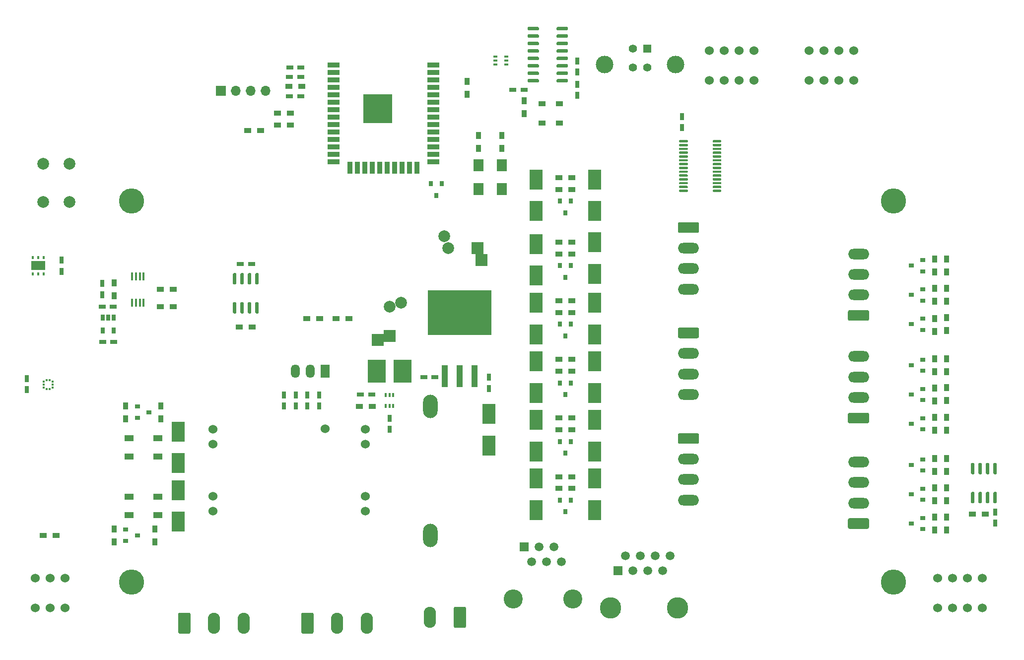
<source format=gts>
G04 #@! TF.GenerationSoftware,KiCad,Pcbnew,(5.1.9)-1*
G04 #@! TF.CreationDate,2021-04-25T02:40:10+02:00*
G04 #@! TF.ProjectId,water-pump-control,77617465-722d-4707-956d-702d636f6e74,rev?*
G04 #@! TF.SameCoordinates,Original*
G04 #@! TF.FileFunction,Soldermask,Top*
G04 #@! TF.FilePolarity,Negative*
%FSLAX46Y46*%
G04 Gerber Fmt 4.6, Leading zero omitted, Abs format (unit mm)*
G04 Created by KiCad (PCBNEW (5.1.9)-1) date 2021-04-25 02:40:10*
%MOMM*%
%LPD*%
G01*
G04 APERTURE LIST*
%ADD10C,2.000000*%
%ADD11R,1.200000X0.900000*%
%ADD12O,1.700000X1.700000*%
%ADD13R,1.700000X1.700000*%
%ADD14O,3.600000X1.800000*%
%ADD15R,0.400000X0.650000*%
%ADD16C,1.400000*%
%ADD17C,3.000000*%
%ADD18R,1.400000X1.400000*%
%ADD19C,4.300000*%
%ADD20C,1.524000*%
%ADD21R,0.650000X1.060000*%
%ADD22R,0.400000X0.600000*%
%ADD23R,2.400000X1.500000*%
%ADD24R,0.380000X0.350000*%
%ADD25R,10.840000X7.620000*%
%ADD26R,0.990000X3.790000*%
%ADD27R,2.000000X0.900000*%
%ADD28R,0.900000X2.000000*%
%ADD29R,5.000000X5.000000*%
%ADD30O,1.500000X2.300000*%
%ADD31R,1.500000X2.300000*%
%ADD32R,3.100000X4.000000*%
%ADD33R,0.900000X1.200000*%
%ADD34R,0.900000X0.800000*%
%ADD35R,0.800000X0.900000*%
%ADD36R,0.650000X0.400000*%
%ADD37O,2.080000X3.600000*%
%ADD38C,3.650000*%
%ADD39R,1.500000X1.500000*%
%ADD40C,1.500000*%
%ADD41R,1.520000X1.520000*%
%ADD42C,3.250000*%
%ADD43C,1.520000*%
%ADD44R,0.450000X1.425000*%
%ADD45O,2.500000X4.000000*%
%ADD46R,1.500000X1.000000*%
%ADD47R,2.300000X3.500000*%
%ADD48R,1.700000X2.000000*%
%ADD49R,0.750000X1.200000*%
%ADD50R,1.200000X0.750000*%
%ADD51R,2.000000X2.000000*%
G04 APERTURE END LIST*
D10*
X59400000Y-72100000D03*
X54900000Y-72100000D03*
X59400000Y-65600000D03*
X54900000Y-65600000D03*
D11*
X89800000Y-59900000D03*
X92000000Y-59900000D03*
D12*
X92820000Y-53200000D03*
X90280000Y-53200000D03*
X87740000Y-53200000D03*
D13*
X85200000Y-53200000D03*
D14*
X194000000Y-81000000D03*
X194000000Y-84500000D03*
X194000000Y-88000000D03*
G36*
G01*
X195550000Y-92400000D02*
X192450000Y-92400000D01*
G75*
G02*
X192200000Y-92150000I0J250000D01*
G01*
X192200000Y-90850000D01*
G75*
G02*
X192450000Y-90600000I250000J0D01*
G01*
X195550000Y-90600000D01*
G75*
G02*
X195800000Y-90850000I0J-250000D01*
G01*
X195800000Y-92150000D01*
G75*
G02*
X195550000Y-92400000I-250000J0D01*
G01*
G37*
X194000000Y-116500000D03*
X194000000Y-120000000D03*
X194000000Y-123500000D03*
G36*
G01*
X195550000Y-127900000D02*
X192450000Y-127900000D01*
G75*
G02*
X192200000Y-127650000I0J250000D01*
G01*
X192200000Y-126350000D01*
G75*
G02*
X192450000Y-126100000I250000J0D01*
G01*
X195550000Y-126100000D01*
G75*
G02*
X195800000Y-126350000I0J-250000D01*
G01*
X195800000Y-127650000D01*
G75*
G02*
X195550000Y-127900000I-250000J0D01*
G01*
G37*
X194000000Y-98500000D03*
X194000000Y-102000000D03*
X194000000Y-105500000D03*
G36*
G01*
X195550000Y-109900000D02*
X192450000Y-109900000D01*
G75*
G02*
X192200000Y-109650000I0J250000D01*
G01*
X192200000Y-108350000D01*
G75*
G02*
X192450000Y-108100000I250000J0D01*
G01*
X195550000Y-108100000D01*
G75*
G02*
X195800000Y-108350000I0J-250000D01*
G01*
X195800000Y-109650000D01*
G75*
G02*
X195550000Y-109900000I-250000J0D01*
G01*
G37*
D15*
X113350000Y-105050000D03*
X114650000Y-105050000D03*
X114000000Y-106950000D03*
X114000000Y-105050000D03*
X114650000Y-106950000D03*
X113350000Y-106950000D03*
D14*
X165000000Y-104980000D03*
X165000000Y-101480000D03*
X165000000Y-97980000D03*
G36*
G01*
X163450000Y-93580000D02*
X166550000Y-93580000D01*
G75*
G02*
X166800000Y-93830000I0J-250000D01*
G01*
X166800000Y-95130000D01*
G75*
G02*
X166550000Y-95380000I-250000J0D01*
G01*
X163450000Y-95380000D01*
G75*
G02*
X163200000Y-95130000I0J250000D01*
G01*
X163200000Y-93830000D01*
G75*
G02*
X163450000Y-93580000I250000J0D01*
G01*
G37*
X165000000Y-123000000D03*
X165000000Y-119500000D03*
X165000000Y-116000000D03*
G36*
G01*
X163450000Y-111600000D02*
X166550000Y-111600000D01*
G75*
G02*
X166800000Y-111850000I0J-250000D01*
G01*
X166800000Y-113150000D01*
G75*
G02*
X166550000Y-113400000I-250000J0D01*
G01*
X163450000Y-113400000D01*
G75*
G02*
X163200000Y-113150000I0J250000D01*
G01*
X163200000Y-111850000D01*
G75*
G02*
X163450000Y-111600000I250000J0D01*
G01*
G37*
X165000000Y-87000000D03*
X165000000Y-83500000D03*
X165000000Y-80000000D03*
G36*
G01*
X163450000Y-75600000D02*
X166550000Y-75600000D01*
G75*
G02*
X166800000Y-75850000I0J-250000D01*
G01*
X166800000Y-77150000D01*
G75*
G02*
X166550000Y-77400000I-250000J0D01*
G01*
X163450000Y-77400000D01*
G75*
G02*
X163200000Y-77150000I0J250000D01*
G01*
X163200000Y-75850000D01*
G75*
G02*
X163450000Y-75600000I250000J0D01*
G01*
G37*
D11*
X88400000Y-93500000D03*
X90600000Y-93500000D03*
D16*
X155500000Y-46000000D03*
D17*
X150730000Y-48710000D03*
D18*
X158000000Y-46000000D03*
D16*
X155500000Y-49200000D03*
X158000000Y-49200000D03*
D17*
X162770000Y-48710000D03*
D19*
X200000000Y-72000000D03*
X70000000Y-137000000D03*
X200000000Y-137000000D03*
X70000000Y-72000000D03*
D20*
X103000000Y-110800000D03*
X83900000Y-124900000D03*
X83900000Y-122360000D03*
X83900000Y-113440000D03*
X83900000Y-110900000D03*
X109900000Y-124900000D03*
X109900000Y-122360000D03*
X109900000Y-113440000D03*
X109900000Y-110900000D03*
D21*
X66950000Y-94100000D03*
X65050000Y-94100000D03*
X65050000Y-91900000D03*
X66000000Y-91900000D03*
X66950000Y-91900000D03*
D22*
X53150000Y-81600000D03*
X54100000Y-81600000D03*
X55050000Y-81600000D03*
X55050000Y-84400000D03*
X54100000Y-84400000D03*
X53150000Y-84400000D03*
D23*
X54100000Y-83000000D03*
D24*
X55035000Y-103800000D03*
X55035000Y-103300000D03*
X55035000Y-102800000D03*
X55550000Y-102535000D03*
X56050000Y-102535000D03*
X56565000Y-102800000D03*
X56565000Y-103300000D03*
X56565000Y-103800000D03*
X56050000Y-104065000D03*
X55550000Y-104065000D03*
D25*
X126000000Y-91000000D03*
D26*
X128540000Y-101880000D03*
X126000000Y-101880000D03*
X123460000Y-101880000D03*
G36*
G01*
X169125000Y-61875000D02*
X169125000Y-61675000D01*
G75*
G02*
X169225000Y-61575000I100000J0D01*
G01*
X170500000Y-61575000D01*
G75*
G02*
X170600000Y-61675000I0J-100000D01*
G01*
X170600000Y-61875000D01*
G75*
G02*
X170500000Y-61975000I-100000J0D01*
G01*
X169225000Y-61975000D01*
G75*
G02*
X169125000Y-61875000I0J100000D01*
G01*
G37*
G36*
G01*
X169125000Y-62525000D02*
X169125000Y-62325000D01*
G75*
G02*
X169225000Y-62225000I100000J0D01*
G01*
X170500000Y-62225000D01*
G75*
G02*
X170600000Y-62325000I0J-100000D01*
G01*
X170600000Y-62525000D01*
G75*
G02*
X170500000Y-62625000I-100000J0D01*
G01*
X169225000Y-62625000D01*
G75*
G02*
X169125000Y-62525000I0J100000D01*
G01*
G37*
G36*
G01*
X169125000Y-63175000D02*
X169125000Y-62975000D01*
G75*
G02*
X169225000Y-62875000I100000J0D01*
G01*
X170500000Y-62875000D01*
G75*
G02*
X170600000Y-62975000I0J-100000D01*
G01*
X170600000Y-63175000D01*
G75*
G02*
X170500000Y-63275000I-100000J0D01*
G01*
X169225000Y-63275000D01*
G75*
G02*
X169125000Y-63175000I0J100000D01*
G01*
G37*
G36*
G01*
X169125000Y-63825000D02*
X169125000Y-63625000D01*
G75*
G02*
X169225000Y-63525000I100000J0D01*
G01*
X170500000Y-63525000D01*
G75*
G02*
X170600000Y-63625000I0J-100000D01*
G01*
X170600000Y-63825000D01*
G75*
G02*
X170500000Y-63925000I-100000J0D01*
G01*
X169225000Y-63925000D01*
G75*
G02*
X169125000Y-63825000I0J100000D01*
G01*
G37*
G36*
G01*
X169125000Y-64475000D02*
X169125000Y-64275000D01*
G75*
G02*
X169225000Y-64175000I100000J0D01*
G01*
X170500000Y-64175000D01*
G75*
G02*
X170600000Y-64275000I0J-100000D01*
G01*
X170600000Y-64475000D01*
G75*
G02*
X170500000Y-64575000I-100000J0D01*
G01*
X169225000Y-64575000D01*
G75*
G02*
X169125000Y-64475000I0J100000D01*
G01*
G37*
G36*
G01*
X169125000Y-65125000D02*
X169125000Y-64925000D01*
G75*
G02*
X169225000Y-64825000I100000J0D01*
G01*
X170500000Y-64825000D01*
G75*
G02*
X170600000Y-64925000I0J-100000D01*
G01*
X170600000Y-65125000D01*
G75*
G02*
X170500000Y-65225000I-100000J0D01*
G01*
X169225000Y-65225000D01*
G75*
G02*
X169125000Y-65125000I0J100000D01*
G01*
G37*
G36*
G01*
X169125000Y-65775000D02*
X169125000Y-65575000D01*
G75*
G02*
X169225000Y-65475000I100000J0D01*
G01*
X170500000Y-65475000D01*
G75*
G02*
X170600000Y-65575000I0J-100000D01*
G01*
X170600000Y-65775000D01*
G75*
G02*
X170500000Y-65875000I-100000J0D01*
G01*
X169225000Y-65875000D01*
G75*
G02*
X169125000Y-65775000I0J100000D01*
G01*
G37*
G36*
G01*
X169125000Y-66425000D02*
X169125000Y-66225000D01*
G75*
G02*
X169225000Y-66125000I100000J0D01*
G01*
X170500000Y-66125000D01*
G75*
G02*
X170600000Y-66225000I0J-100000D01*
G01*
X170600000Y-66425000D01*
G75*
G02*
X170500000Y-66525000I-100000J0D01*
G01*
X169225000Y-66525000D01*
G75*
G02*
X169125000Y-66425000I0J100000D01*
G01*
G37*
G36*
G01*
X169125000Y-67075000D02*
X169125000Y-66875000D01*
G75*
G02*
X169225000Y-66775000I100000J0D01*
G01*
X170500000Y-66775000D01*
G75*
G02*
X170600000Y-66875000I0J-100000D01*
G01*
X170600000Y-67075000D01*
G75*
G02*
X170500000Y-67175000I-100000J0D01*
G01*
X169225000Y-67175000D01*
G75*
G02*
X169125000Y-67075000I0J100000D01*
G01*
G37*
G36*
G01*
X169125000Y-67725000D02*
X169125000Y-67525000D01*
G75*
G02*
X169225000Y-67425000I100000J0D01*
G01*
X170500000Y-67425000D01*
G75*
G02*
X170600000Y-67525000I0J-100000D01*
G01*
X170600000Y-67725000D01*
G75*
G02*
X170500000Y-67825000I-100000J0D01*
G01*
X169225000Y-67825000D01*
G75*
G02*
X169125000Y-67725000I0J100000D01*
G01*
G37*
G36*
G01*
X169125000Y-68375000D02*
X169125000Y-68175000D01*
G75*
G02*
X169225000Y-68075000I100000J0D01*
G01*
X170500000Y-68075000D01*
G75*
G02*
X170600000Y-68175000I0J-100000D01*
G01*
X170600000Y-68375000D01*
G75*
G02*
X170500000Y-68475000I-100000J0D01*
G01*
X169225000Y-68475000D01*
G75*
G02*
X169125000Y-68375000I0J100000D01*
G01*
G37*
G36*
G01*
X169125000Y-69025000D02*
X169125000Y-68825000D01*
G75*
G02*
X169225000Y-68725000I100000J0D01*
G01*
X170500000Y-68725000D01*
G75*
G02*
X170600000Y-68825000I0J-100000D01*
G01*
X170600000Y-69025000D01*
G75*
G02*
X170500000Y-69125000I-100000J0D01*
G01*
X169225000Y-69125000D01*
G75*
G02*
X169125000Y-69025000I0J100000D01*
G01*
G37*
G36*
G01*
X169125000Y-69675000D02*
X169125000Y-69475000D01*
G75*
G02*
X169225000Y-69375000I100000J0D01*
G01*
X170500000Y-69375000D01*
G75*
G02*
X170600000Y-69475000I0J-100000D01*
G01*
X170600000Y-69675000D01*
G75*
G02*
X170500000Y-69775000I-100000J0D01*
G01*
X169225000Y-69775000D01*
G75*
G02*
X169125000Y-69675000I0J100000D01*
G01*
G37*
G36*
G01*
X169125000Y-70325000D02*
X169125000Y-70125000D01*
G75*
G02*
X169225000Y-70025000I100000J0D01*
G01*
X170500000Y-70025000D01*
G75*
G02*
X170600000Y-70125000I0J-100000D01*
G01*
X170600000Y-70325000D01*
G75*
G02*
X170500000Y-70425000I-100000J0D01*
G01*
X169225000Y-70425000D01*
G75*
G02*
X169125000Y-70325000I0J100000D01*
G01*
G37*
G36*
G01*
X163400000Y-70325000D02*
X163400000Y-70125000D01*
G75*
G02*
X163500000Y-70025000I100000J0D01*
G01*
X164775000Y-70025000D01*
G75*
G02*
X164875000Y-70125000I0J-100000D01*
G01*
X164875000Y-70325000D01*
G75*
G02*
X164775000Y-70425000I-100000J0D01*
G01*
X163500000Y-70425000D01*
G75*
G02*
X163400000Y-70325000I0J100000D01*
G01*
G37*
G36*
G01*
X163400000Y-69675000D02*
X163400000Y-69475000D01*
G75*
G02*
X163500000Y-69375000I100000J0D01*
G01*
X164775000Y-69375000D01*
G75*
G02*
X164875000Y-69475000I0J-100000D01*
G01*
X164875000Y-69675000D01*
G75*
G02*
X164775000Y-69775000I-100000J0D01*
G01*
X163500000Y-69775000D01*
G75*
G02*
X163400000Y-69675000I0J100000D01*
G01*
G37*
G36*
G01*
X163400000Y-69025000D02*
X163400000Y-68825000D01*
G75*
G02*
X163500000Y-68725000I100000J0D01*
G01*
X164775000Y-68725000D01*
G75*
G02*
X164875000Y-68825000I0J-100000D01*
G01*
X164875000Y-69025000D01*
G75*
G02*
X164775000Y-69125000I-100000J0D01*
G01*
X163500000Y-69125000D01*
G75*
G02*
X163400000Y-69025000I0J100000D01*
G01*
G37*
G36*
G01*
X163400000Y-68375000D02*
X163400000Y-68175000D01*
G75*
G02*
X163500000Y-68075000I100000J0D01*
G01*
X164775000Y-68075000D01*
G75*
G02*
X164875000Y-68175000I0J-100000D01*
G01*
X164875000Y-68375000D01*
G75*
G02*
X164775000Y-68475000I-100000J0D01*
G01*
X163500000Y-68475000D01*
G75*
G02*
X163400000Y-68375000I0J100000D01*
G01*
G37*
G36*
G01*
X163400000Y-67725000D02*
X163400000Y-67525000D01*
G75*
G02*
X163500000Y-67425000I100000J0D01*
G01*
X164775000Y-67425000D01*
G75*
G02*
X164875000Y-67525000I0J-100000D01*
G01*
X164875000Y-67725000D01*
G75*
G02*
X164775000Y-67825000I-100000J0D01*
G01*
X163500000Y-67825000D01*
G75*
G02*
X163400000Y-67725000I0J100000D01*
G01*
G37*
G36*
G01*
X163400000Y-67075000D02*
X163400000Y-66875000D01*
G75*
G02*
X163500000Y-66775000I100000J0D01*
G01*
X164775000Y-66775000D01*
G75*
G02*
X164875000Y-66875000I0J-100000D01*
G01*
X164875000Y-67075000D01*
G75*
G02*
X164775000Y-67175000I-100000J0D01*
G01*
X163500000Y-67175000D01*
G75*
G02*
X163400000Y-67075000I0J100000D01*
G01*
G37*
G36*
G01*
X163400000Y-66425000D02*
X163400000Y-66225000D01*
G75*
G02*
X163500000Y-66125000I100000J0D01*
G01*
X164775000Y-66125000D01*
G75*
G02*
X164875000Y-66225000I0J-100000D01*
G01*
X164875000Y-66425000D01*
G75*
G02*
X164775000Y-66525000I-100000J0D01*
G01*
X163500000Y-66525000D01*
G75*
G02*
X163400000Y-66425000I0J100000D01*
G01*
G37*
G36*
G01*
X163400000Y-65775000D02*
X163400000Y-65575000D01*
G75*
G02*
X163500000Y-65475000I100000J0D01*
G01*
X164775000Y-65475000D01*
G75*
G02*
X164875000Y-65575000I0J-100000D01*
G01*
X164875000Y-65775000D01*
G75*
G02*
X164775000Y-65875000I-100000J0D01*
G01*
X163500000Y-65875000D01*
G75*
G02*
X163400000Y-65775000I0J100000D01*
G01*
G37*
G36*
G01*
X163400000Y-65125000D02*
X163400000Y-64925000D01*
G75*
G02*
X163500000Y-64825000I100000J0D01*
G01*
X164775000Y-64825000D01*
G75*
G02*
X164875000Y-64925000I0J-100000D01*
G01*
X164875000Y-65125000D01*
G75*
G02*
X164775000Y-65225000I-100000J0D01*
G01*
X163500000Y-65225000D01*
G75*
G02*
X163400000Y-65125000I0J100000D01*
G01*
G37*
G36*
G01*
X163400000Y-64475000D02*
X163400000Y-64275000D01*
G75*
G02*
X163500000Y-64175000I100000J0D01*
G01*
X164775000Y-64175000D01*
G75*
G02*
X164875000Y-64275000I0J-100000D01*
G01*
X164875000Y-64475000D01*
G75*
G02*
X164775000Y-64575000I-100000J0D01*
G01*
X163500000Y-64575000D01*
G75*
G02*
X163400000Y-64475000I0J100000D01*
G01*
G37*
G36*
G01*
X163400000Y-63825000D02*
X163400000Y-63625000D01*
G75*
G02*
X163500000Y-63525000I100000J0D01*
G01*
X164775000Y-63525000D01*
G75*
G02*
X164875000Y-63625000I0J-100000D01*
G01*
X164875000Y-63825000D01*
G75*
G02*
X164775000Y-63925000I-100000J0D01*
G01*
X163500000Y-63925000D01*
G75*
G02*
X163400000Y-63825000I0J100000D01*
G01*
G37*
G36*
G01*
X163400000Y-63175000D02*
X163400000Y-62975000D01*
G75*
G02*
X163500000Y-62875000I100000J0D01*
G01*
X164775000Y-62875000D01*
G75*
G02*
X164875000Y-62975000I0J-100000D01*
G01*
X164875000Y-63175000D01*
G75*
G02*
X164775000Y-63275000I-100000J0D01*
G01*
X163500000Y-63275000D01*
G75*
G02*
X163400000Y-63175000I0J100000D01*
G01*
G37*
G36*
G01*
X163400000Y-62525000D02*
X163400000Y-62325000D01*
G75*
G02*
X163500000Y-62225000I100000J0D01*
G01*
X164775000Y-62225000D01*
G75*
G02*
X164875000Y-62325000I0J-100000D01*
G01*
X164875000Y-62525000D01*
G75*
G02*
X164775000Y-62625000I-100000J0D01*
G01*
X163500000Y-62625000D01*
G75*
G02*
X163400000Y-62525000I0J100000D01*
G01*
G37*
G36*
G01*
X163400000Y-61875000D02*
X163400000Y-61675000D01*
G75*
G02*
X163500000Y-61575000I100000J0D01*
G01*
X164775000Y-61575000D01*
G75*
G02*
X164875000Y-61675000I0J-100000D01*
G01*
X164875000Y-61875000D01*
G75*
G02*
X164775000Y-61975000I-100000J0D01*
G01*
X163500000Y-61975000D01*
G75*
G02*
X163400000Y-61875000I0J100000D01*
G01*
G37*
G36*
G01*
X91255000Y-89200000D02*
X91555000Y-89200000D01*
G75*
G02*
X91705000Y-89350000I0J-150000D01*
G01*
X91705000Y-91000000D01*
G75*
G02*
X91555000Y-91150000I-150000J0D01*
G01*
X91255000Y-91150000D01*
G75*
G02*
X91105000Y-91000000I0J150000D01*
G01*
X91105000Y-89350000D01*
G75*
G02*
X91255000Y-89200000I150000J0D01*
G01*
G37*
G36*
G01*
X89985000Y-89200000D02*
X90285000Y-89200000D01*
G75*
G02*
X90435000Y-89350000I0J-150000D01*
G01*
X90435000Y-91000000D01*
G75*
G02*
X90285000Y-91150000I-150000J0D01*
G01*
X89985000Y-91150000D01*
G75*
G02*
X89835000Y-91000000I0J150000D01*
G01*
X89835000Y-89350000D01*
G75*
G02*
X89985000Y-89200000I150000J0D01*
G01*
G37*
G36*
G01*
X88715000Y-89200000D02*
X89015000Y-89200000D01*
G75*
G02*
X89165000Y-89350000I0J-150000D01*
G01*
X89165000Y-91000000D01*
G75*
G02*
X89015000Y-91150000I-150000J0D01*
G01*
X88715000Y-91150000D01*
G75*
G02*
X88565000Y-91000000I0J150000D01*
G01*
X88565000Y-89350000D01*
G75*
G02*
X88715000Y-89200000I150000J0D01*
G01*
G37*
G36*
G01*
X87445000Y-89200000D02*
X87745000Y-89200000D01*
G75*
G02*
X87895000Y-89350000I0J-150000D01*
G01*
X87895000Y-91000000D01*
G75*
G02*
X87745000Y-91150000I-150000J0D01*
G01*
X87445000Y-91150000D01*
G75*
G02*
X87295000Y-91000000I0J150000D01*
G01*
X87295000Y-89350000D01*
G75*
G02*
X87445000Y-89200000I150000J0D01*
G01*
G37*
G36*
G01*
X87445000Y-84250000D02*
X87745000Y-84250000D01*
G75*
G02*
X87895000Y-84400000I0J-150000D01*
G01*
X87895000Y-86050000D01*
G75*
G02*
X87745000Y-86200000I-150000J0D01*
G01*
X87445000Y-86200000D01*
G75*
G02*
X87295000Y-86050000I0J150000D01*
G01*
X87295000Y-84400000D01*
G75*
G02*
X87445000Y-84250000I150000J0D01*
G01*
G37*
G36*
G01*
X88715000Y-84250000D02*
X89015000Y-84250000D01*
G75*
G02*
X89165000Y-84400000I0J-150000D01*
G01*
X89165000Y-86050000D01*
G75*
G02*
X89015000Y-86200000I-150000J0D01*
G01*
X88715000Y-86200000D01*
G75*
G02*
X88565000Y-86050000I0J150000D01*
G01*
X88565000Y-84400000D01*
G75*
G02*
X88715000Y-84250000I150000J0D01*
G01*
G37*
G36*
G01*
X89985000Y-84250000D02*
X90285000Y-84250000D01*
G75*
G02*
X90435000Y-84400000I0J-150000D01*
G01*
X90435000Y-86050000D01*
G75*
G02*
X90285000Y-86200000I-150000J0D01*
G01*
X89985000Y-86200000D01*
G75*
G02*
X89835000Y-86050000I0J150000D01*
G01*
X89835000Y-84400000D01*
G75*
G02*
X89985000Y-84250000I150000J0D01*
G01*
G37*
G36*
G01*
X91255000Y-84250000D02*
X91555000Y-84250000D01*
G75*
G02*
X91705000Y-84400000I0J-150000D01*
G01*
X91705000Y-86050000D01*
G75*
G02*
X91555000Y-86200000I-150000J0D01*
G01*
X91255000Y-86200000D01*
G75*
G02*
X91105000Y-86050000I0J150000D01*
G01*
X91105000Y-84400000D01*
G75*
G02*
X91255000Y-84250000I150000J0D01*
G01*
G37*
G36*
G01*
X217155000Y-121600000D02*
X217455000Y-121600000D01*
G75*
G02*
X217605000Y-121750000I0J-150000D01*
G01*
X217605000Y-123400000D01*
G75*
G02*
X217455000Y-123550000I-150000J0D01*
G01*
X217155000Y-123550000D01*
G75*
G02*
X217005000Y-123400000I0J150000D01*
G01*
X217005000Y-121750000D01*
G75*
G02*
X217155000Y-121600000I150000J0D01*
G01*
G37*
G36*
G01*
X215885000Y-121600000D02*
X216185000Y-121600000D01*
G75*
G02*
X216335000Y-121750000I0J-150000D01*
G01*
X216335000Y-123400000D01*
G75*
G02*
X216185000Y-123550000I-150000J0D01*
G01*
X215885000Y-123550000D01*
G75*
G02*
X215735000Y-123400000I0J150000D01*
G01*
X215735000Y-121750000D01*
G75*
G02*
X215885000Y-121600000I150000J0D01*
G01*
G37*
G36*
G01*
X214615000Y-121600000D02*
X214915000Y-121600000D01*
G75*
G02*
X215065000Y-121750000I0J-150000D01*
G01*
X215065000Y-123400000D01*
G75*
G02*
X214915000Y-123550000I-150000J0D01*
G01*
X214615000Y-123550000D01*
G75*
G02*
X214465000Y-123400000I0J150000D01*
G01*
X214465000Y-121750000D01*
G75*
G02*
X214615000Y-121600000I150000J0D01*
G01*
G37*
G36*
G01*
X213345000Y-121600000D02*
X213645000Y-121600000D01*
G75*
G02*
X213795000Y-121750000I0J-150000D01*
G01*
X213795000Y-123400000D01*
G75*
G02*
X213645000Y-123550000I-150000J0D01*
G01*
X213345000Y-123550000D01*
G75*
G02*
X213195000Y-123400000I0J150000D01*
G01*
X213195000Y-121750000D01*
G75*
G02*
X213345000Y-121600000I150000J0D01*
G01*
G37*
G36*
G01*
X213345000Y-116650000D02*
X213645000Y-116650000D01*
G75*
G02*
X213795000Y-116800000I0J-150000D01*
G01*
X213795000Y-118450000D01*
G75*
G02*
X213645000Y-118600000I-150000J0D01*
G01*
X213345000Y-118600000D01*
G75*
G02*
X213195000Y-118450000I0J150000D01*
G01*
X213195000Y-116800000D01*
G75*
G02*
X213345000Y-116650000I150000J0D01*
G01*
G37*
G36*
G01*
X214615000Y-116650000D02*
X214915000Y-116650000D01*
G75*
G02*
X215065000Y-116800000I0J-150000D01*
G01*
X215065000Y-118450000D01*
G75*
G02*
X214915000Y-118600000I-150000J0D01*
G01*
X214615000Y-118600000D01*
G75*
G02*
X214465000Y-118450000I0J150000D01*
G01*
X214465000Y-116800000D01*
G75*
G02*
X214615000Y-116650000I150000J0D01*
G01*
G37*
G36*
G01*
X215885000Y-116650000D02*
X216185000Y-116650000D01*
G75*
G02*
X216335000Y-116800000I0J-150000D01*
G01*
X216335000Y-118450000D01*
G75*
G02*
X216185000Y-118600000I-150000J0D01*
G01*
X215885000Y-118600000D01*
G75*
G02*
X215735000Y-118450000I0J150000D01*
G01*
X215735000Y-116800000D01*
G75*
G02*
X215885000Y-116650000I150000J0D01*
G01*
G37*
G36*
G01*
X217155000Y-116650000D02*
X217455000Y-116650000D01*
G75*
G02*
X217605000Y-116800000I0J-150000D01*
G01*
X217605000Y-118450000D01*
G75*
G02*
X217455000Y-118600000I-150000J0D01*
G01*
X217155000Y-118600000D01*
G75*
G02*
X217005000Y-118450000I0J150000D01*
G01*
X217005000Y-116800000D01*
G75*
G02*
X217155000Y-116650000I150000J0D01*
G01*
G37*
G36*
G01*
X139500000Y-51295000D02*
X139500000Y-51595000D01*
G75*
G02*
X139350000Y-51745000I-150000J0D01*
G01*
X137700000Y-51745000D01*
G75*
G02*
X137550000Y-51595000I0J150000D01*
G01*
X137550000Y-51295000D01*
G75*
G02*
X137700000Y-51145000I150000J0D01*
G01*
X139350000Y-51145000D01*
G75*
G02*
X139500000Y-51295000I0J-150000D01*
G01*
G37*
G36*
G01*
X139500000Y-50025000D02*
X139500000Y-50325000D01*
G75*
G02*
X139350000Y-50475000I-150000J0D01*
G01*
X137700000Y-50475000D01*
G75*
G02*
X137550000Y-50325000I0J150000D01*
G01*
X137550000Y-50025000D01*
G75*
G02*
X137700000Y-49875000I150000J0D01*
G01*
X139350000Y-49875000D01*
G75*
G02*
X139500000Y-50025000I0J-150000D01*
G01*
G37*
G36*
G01*
X139500000Y-48755000D02*
X139500000Y-49055000D01*
G75*
G02*
X139350000Y-49205000I-150000J0D01*
G01*
X137700000Y-49205000D01*
G75*
G02*
X137550000Y-49055000I0J150000D01*
G01*
X137550000Y-48755000D01*
G75*
G02*
X137700000Y-48605000I150000J0D01*
G01*
X139350000Y-48605000D01*
G75*
G02*
X139500000Y-48755000I0J-150000D01*
G01*
G37*
G36*
G01*
X139500000Y-47485000D02*
X139500000Y-47785000D01*
G75*
G02*
X139350000Y-47935000I-150000J0D01*
G01*
X137700000Y-47935000D01*
G75*
G02*
X137550000Y-47785000I0J150000D01*
G01*
X137550000Y-47485000D01*
G75*
G02*
X137700000Y-47335000I150000J0D01*
G01*
X139350000Y-47335000D01*
G75*
G02*
X139500000Y-47485000I0J-150000D01*
G01*
G37*
G36*
G01*
X139500000Y-46215000D02*
X139500000Y-46515000D01*
G75*
G02*
X139350000Y-46665000I-150000J0D01*
G01*
X137700000Y-46665000D01*
G75*
G02*
X137550000Y-46515000I0J150000D01*
G01*
X137550000Y-46215000D01*
G75*
G02*
X137700000Y-46065000I150000J0D01*
G01*
X139350000Y-46065000D01*
G75*
G02*
X139500000Y-46215000I0J-150000D01*
G01*
G37*
G36*
G01*
X139500000Y-44945000D02*
X139500000Y-45245000D01*
G75*
G02*
X139350000Y-45395000I-150000J0D01*
G01*
X137700000Y-45395000D01*
G75*
G02*
X137550000Y-45245000I0J150000D01*
G01*
X137550000Y-44945000D01*
G75*
G02*
X137700000Y-44795000I150000J0D01*
G01*
X139350000Y-44795000D01*
G75*
G02*
X139500000Y-44945000I0J-150000D01*
G01*
G37*
G36*
G01*
X139500000Y-43675000D02*
X139500000Y-43975000D01*
G75*
G02*
X139350000Y-44125000I-150000J0D01*
G01*
X137700000Y-44125000D01*
G75*
G02*
X137550000Y-43975000I0J150000D01*
G01*
X137550000Y-43675000D01*
G75*
G02*
X137700000Y-43525000I150000J0D01*
G01*
X139350000Y-43525000D01*
G75*
G02*
X139500000Y-43675000I0J-150000D01*
G01*
G37*
G36*
G01*
X139500000Y-42405000D02*
X139500000Y-42705000D01*
G75*
G02*
X139350000Y-42855000I-150000J0D01*
G01*
X137700000Y-42855000D01*
G75*
G02*
X137550000Y-42705000I0J150000D01*
G01*
X137550000Y-42405000D01*
G75*
G02*
X137700000Y-42255000I150000J0D01*
G01*
X139350000Y-42255000D01*
G75*
G02*
X139500000Y-42405000I0J-150000D01*
G01*
G37*
G36*
G01*
X144450000Y-42405000D02*
X144450000Y-42705000D01*
G75*
G02*
X144300000Y-42855000I-150000J0D01*
G01*
X142650000Y-42855000D01*
G75*
G02*
X142500000Y-42705000I0J150000D01*
G01*
X142500000Y-42405000D01*
G75*
G02*
X142650000Y-42255000I150000J0D01*
G01*
X144300000Y-42255000D01*
G75*
G02*
X144450000Y-42405000I0J-150000D01*
G01*
G37*
G36*
G01*
X144450000Y-43675000D02*
X144450000Y-43975000D01*
G75*
G02*
X144300000Y-44125000I-150000J0D01*
G01*
X142650000Y-44125000D01*
G75*
G02*
X142500000Y-43975000I0J150000D01*
G01*
X142500000Y-43675000D01*
G75*
G02*
X142650000Y-43525000I150000J0D01*
G01*
X144300000Y-43525000D01*
G75*
G02*
X144450000Y-43675000I0J-150000D01*
G01*
G37*
G36*
G01*
X144450000Y-44945000D02*
X144450000Y-45245000D01*
G75*
G02*
X144300000Y-45395000I-150000J0D01*
G01*
X142650000Y-45395000D01*
G75*
G02*
X142500000Y-45245000I0J150000D01*
G01*
X142500000Y-44945000D01*
G75*
G02*
X142650000Y-44795000I150000J0D01*
G01*
X144300000Y-44795000D01*
G75*
G02*
X144450000Y-44945000I0J-150000D01*
G01*
G37*
G36*
G01*
X144450000Y-46215000D02*
X144450000Y-46515000D01*
G75*
G02*
X144300000Y-46665000I-150000J0D01*
G01*
X142650000Y-46665000D01*
G75*
G02*
X142500000Y-46515000I0J150000D01*
G01*
X142500000Y-46215000D01*
G75*
G02*
X142650000Y-46065000I150000J0D01*
G01*
X144300000Y-46065000D01*
G75*
G02*
X144450000Y-46215000I0J-150000D01*
G01*
G37*
G36*
G01*
X144450000Y-47485000D02*
X144450000Y-47785000D01*
G75*
G02*
X144300000Y-47935000I-150000J0D01*
G01*
X142650000Y-47935000D01*
G75*
G02*
X142500000Y-47785000I0J150000D01*
G01*
X142500000Y-47485000D01*
G75*
G02*
X142650000Y-47335000I150000J0D01*
G01*
X144300000Y-47335000D01*
G75*
G02*
X144450000Y-47485000I0J-150000D01*
G01*
G37*
G36*
G01*
X144450000Y-48755000D02*
X144450000Y-49055000D01*
G75*
G02*
X144300000Y-49205000I-150000J0D01*
G01*
X142650000Y-49205000D01*
G75*
G02*
X142500000Y-49055000I0J150000D01*
G01*
X142500000Y-48755000D01*
G75*
G02*
X142650000Y-48605000I150000J0D01*
G01*
X144300000Y-48605000D01*
G75*
G02*
X144450000Y-48755000I0J-150000D01*
G01*
G37*
G36*
G01*
X144450000Y-50025000D02*
X144450000Y-50325000D01*
G75*
G02*
X144300000Y-50475000I-150000J0D01*
G01*
X142650000Y-50475000D01*
G75*
G02*
X142500000Y-50325000I0J150000D01*
G01*
X142500000Y-50025000D01*
G75*
G02*
X142650000Y-49875000I150000J0D01*
G01*
X144300000Y-49875000D01*
G75*
G02*
X144450000Y-50025000I0J-150000D01*
G01*
G37*
G36*
G01*
X144450000Y-51295000D02*
X144450000Y-51595000D01*
G75*
G02*
X144300000Y-51745000I-150000J0D01*
G01*
X142650000Y-51745000D01*
G75*
G02*
X142500000Y-51595000I0J150000D01*
G01*
X142500000Y-51295000D01*
G75*
G02*
X142650000Y-51145000I150000J0D01*
G01*
X144300000Y-51145000D01*
G75*
G02*
X144450000Y-51295000I0J-150000D01*
G01*
G37*
D27*
X121500000Y-48745000D03*
X121500000Y-50015000D03*
X121500000Y-51285000D03*
X121500000Y-52555000D03*
X121500000Y-53825000D03*
X121500000Y-55095000D03*
X121500000Y-56365000D03*
X121500000Y-57635000D03*
X121500000Y-58905000D03*
X121500000Y-60175000D03*
X121500000Y-61445000D03*
X121500000Y-62715000D03*
X121500000Y-63985000D03*
X121500000Y-65255000D03*
D28*
X118715000Y-66255000D03*
X117445000Y-66255000D03*
X116175000Y-66255000D03*
X114905000Y-66255000D03*
X113635000Y-66255000D03*
X112365000Y-66255000D03*
X111095000Y-66255000D03*
X109825000Y-66255000D03*
X108555000Y-66255000D03*
X107285000Y-66255000D03*
D27*
X104500000Y-65255000D03*
X104500000Y-63985000D03*
X104500000Y-62715000D03*
X104500000Y-61445000D03*
X104500000Y-60175000D03*
X104500000Y-58905000D03*
X104500000Y-57635000D03*
X104500000Y-56365000D03*
X104500000Y-55095000D03*
X104500000Y-53825000D03*
X104500000Y-52555000D03*
X104500000Y-51285000D03*
X104500000Y-50015000D03*
X104500000Y-48745000D03*
D29*
X112000000Y-56245000D03*
D30*
X97920000Y-101000000D03*
X100460000Y-101000000D03*
D31*
X103000000Y-101000000D03*
D11*
X102100000Y-92000000D03*
X99900000Y-92000000D03*
D32*
X116200000Y-101000000D03*
X111800000Y-101000000D03*
D11*
X111100000Y-107000000D03*
X108900000Y-107000000D03*
D33*
X67000000Y-85900000D03*
X67000000Y-88100000D03*
D11*
X107100000Y-92000000D03*
X104900000Y-92000000D03*
D33*
X207000000Y-81900000D03*
X207000000Y-84100000D03*
X209000000Y-81900000D03*
X209000000Y-84100000D03*
X207000000Y-86900000D03*
X207000000Y-89100000D03*
X209000000Y-86900000D03*
X209000000Y-89100000D03*
X207000000Y-92000000D03*
X207000000Y-94200000D03*
X209000000Y-91900000D03*
X209000000Y-94100000D03*
D11*
X77100000Y-90000000D03*
X74900000Y-90000000D03*
X77100000Y-87000000D03*
X74900000Y-87000000D03*
D33*
X207000000Y-115900000D03*
X207000000Y-118100000D03*
X209000000Y-115900000D03*
X209000000Y-118100000D03*
X207000000Y-120900000D03*
X207000000Y-123100000D03*
X209000000Y-120900000D03*
X209000000Y-123100000D03*
X207000000Y-125900000D03*
X207000000Y-128100000D03*
X209000000Y-125900000D03*
X209000000Y-128100000D03*
X75000000Y-109100000D03*
X75000000Y-106900000D03*
X74000000Y-130100000D03*
X74000000Y-127900000D03*
X69000000Y-109100000D03*
X69000000Y-106900000D03*
X207000000Y-98900000D03*
X207000000Y-101100000D03*
X209000000Y-98900000D03*
X209000000Y-101100000D03*
X207000000Y-103900000D03*
X207000000Y-106100000D03*
X209000000Y-103800000D03*
X209000000Y-106000000D03*
X207000000Y-108900000D03*
X207000000Y-111100000D03*
X209000000Y-108900000D03*
X209000000Y-111100000D03*
X67000000Y-130100000D03*
X67000000Y-127900000D03*
D11*
X213400000Y-125400000D03*
X215600000Y-125400000D03*
X142900000Y-81000000D03*
X145100000Y-81000000D03*
X142900000Y-79000000D03*
X145100000Y-79000000D03*
X142900000Y-101000000D03*
X145100000Y-101000000D03*
X142900000Y-99000000D03*
X145100000Y-99000000D03*
X142900000Y-121000000D03*
X145100000Y-121000000D03*
X142900000Y-119000000D03*
X145100000Y-119000000D03*
X94900000Y-59000000D03*
X97100000Y-59000000D03*
X97100000Y-57000000D03*
X94900000Y-57000000D03*
X54900000Y-129000000D03*
X57100000Y-129000000D03*
D33*
X129200000Y-60800000D03*
X129200000Y-63000000D03*
X133200000Y-60800000D03*
X133200000Y-63000000D03*
X137000000Y-54900000D03*
X137000000Y-57100000D03*
X127200000Y-51600000D03*
X127200000Y-53800000D03*
D11*
X96800000Y-52400000D03*
X99000000Y-52400000D03*
X142900000Y-70000000D03*
X145100000Y-70000000D03*
X142900000Y-68000000D03*
X145100000Y-68000000D03*
X142900000Y-91000000D03*
X145100000Y-91000000D03*
X142900000Y-89000000D03*
X145100000Y-89000000D03*
X142900000Y-111000000D03*
X145100000Y-111000000D03*
X142900000Y-109000000D03*
X145100000Y-109000000D03*
D34*
X203000000Y-83000000D03*
X205000000Y-82050000D03*
X205000000Y-83950000D03*
X203000000Y-88000000D03*
X205000000Y-87050000D03*
X205000000Y-88950000D03*
X203000000Y-93000000D03*
X205000000Y-92050000D03*
X205000000Y-93950000D03*
X203000000Y-117000000D03*
X205000000Y-116050000D03*
X205000000Y-117950000D03*
X203000000Y-122000000D03*
X205000000Y-121050000D03*
X205000000Y-122950000D03*
X203000000Y-127000000D03*
X205000000Y-126050000D03*
X205000000Y-127950000D03*
X73000000Y-108000000D03*
X71000000Y-108950000D03*
X71000000Y-107050000D03*
X203000000Y-100000000D03*
X205000000Y-99050000D03*
X205000000Y-100950000D03*
X203000000Y-105000000D03*
X205000000Y-104050000D03*
X205000000Y-105950000D03*
X203000000Y-110000000D03*
X205000000Y-109050000D03*
X205000000Y-110950000D03*
X71000000Y-129000000D03*
X69000000Y-129950000D03*
X69000000Y-128050000D03*
D35*
X144000000Y-85000000D03*
X143050000Y-83000000D03*
X144950000Y-83000000D03*
X144000000Y-105000000D03*
X143050000Y-103000000D03*
X144950000Y-103000000D03*
X144000000Y-125000000D03*
X143050000Y-123000000D03*
X144950000Y-123000000D03*
D36*
X132050000Y-48650000D03*
X132050000Y-47350000D03*
X133950000Y-48000000D03*
X132050000Y-48000000D03*
X133950000Y-47350000D03*
X133950000Y-48650000D03*
D35*
X144000000Y-74000000D03*
X143050000Y-72000000D03*
X144950000Y-72000000D03*
X144000000Y-95000000D03*
X143050000Y-93000000D03*
X144950000Y-93000000D03*
X144000000Y-115000000D03*
X143050000Y-113000000D03*
X144950000Y-113000000D03*
D37*
X120920000Y-143000000D03*
G36*
G01*
X127040000Y-141449999D02*
X127040000Y-144550001D01*
G75*
G02*
X126790001Y-144800000I-249999J0D01*
G01*
X125209999Y-144800000D01*
G75*
G02*
X124960000Y-144550001I0J249999D01*
G01*
X124960000Y-141449999D01*
G75*
G02*
X125209999Y-141200000I249999J0D01*
G01*
X126790001Y-141200000D01*
G75*
G02*
X127040000Y-141449999I0J-249999D01*
G01*
G37*
X110160000Y-144000000D03*
X105080000Y-144000000D03*
G36*
G01*
X98960000Y-145550001D02*
X98960000Y-142449999D01*
G75*
G02*
X99209999Y-142200000I249999J0D01*
G01*
X100790001Y-142200000D01*
G75*
G02*
X101040000Y-142449999I0J-249999D01*
G01*
X101040000Y-145550001D01*
G75*
G02*
X100790001Y-145800000I-249999J0D01*
G01*
X99209999Y-145800000D01*
G75*
G02*
X98960000Y-145550001I0J249999D01*
G01*
G37*
X89160000Y-144000000D03*
X84080000Y-144000000D03*
G36*
G01*
X77960000Y-145550001D02*
X77960000Y-142449999D01*
G75*
G02*
X78209999Y-142200000I249999J0D01*
G01*
X79790001Y-142200000D01*
G75*
G02*
X80040000Y-142449999I0J-249999D01*
G01*
X80040000Y-145550001D01*
G75*
G02*
X79790001Y-145800000I-249999J0D01*
G01*
X78209999Y-145800000D01*
G75*
G02*
X77960000Y-145550001I0J249999D01*
G01*
G37*
D38*
X163160000Y-141350000D03*
X151730000Y-141350000D03*
D39*
X153000000Y-135000000D03*
D40*
X154270000Y-132460000D03*
X155540000Y-135000000D03*
X156810000Y-132460000D03*
X158080000Y-135000000D03*
X159350000Y-132460000D03*
X160620000Y-135000000D03*
X161890000Y-132460000D03*
D41*
X137000000Y-131000000D03*
D42*
X135090000Y-139890000D03*
D43*
X138270000Y-133540000D03*
X139540000Y-131000000D03*
X140810000Y-133540000D03*
X142080000Y-131000000D03*
X143350000Y-133540000D03*
D42*
X145250000Y-139890000D03*
D20*
X215160000Y-141380000D03*
X215160000Y-136300000D03*
X212620000Y-136300000D03*
X212620000Y-141380000D03*
X210080000Y-136300000D03*
X210080000Y-141380000D03*
X207540000Y-136300000D03*
X207540000Y-141380000D03*
X58620000Y-136300000D03*
X58620000Y-141380000D03*
X56080000Y-136300000D03*
X56080000Y-141380000D03*
X53540000Y-136300000D03*
X53540000Y-141380000D03*
X193160000Y-51380000D03*
X193160000Y-46300000D03*
X190620000Y-46300000D03*
X190620000Y-51380000D03*
X188080000Y-46300000D03*
X188080000Y-51380000D03*
X185540000Y-46300000D03*
X185540000Y-51380000D03*
X176160000Y-51380000D03*
X176160000Y-46300000D03*
X173620000Y-46300000D03*
X173620000Y-51380000D03*
X171080000Y-46300000D03*
X171080000Y-51380000D03*
X168540000Y-46300000D03*
X168540000Y-51380000D03*
D44*
X70125000Y-84863000D03*
X70775000Y-84863000D03*
X71425000Y-84863000D03*
X72075000Y-84863000D03*
X72075000Y-89287000D03*
X71425000Y-89287000D03*
X70775000Y-89287000D03*
X70125000Y-89287000D03*
D45*
X121000000Y-107000000D03*
X121000000Y-129000000D03*
D46*
X74450000Y-115600000D03*
X74450000Y-112400000D03*
X69550000Y-115600000D03*
X69550000Y-112400000D03*
D47*
X78000000Y-116700000D03*
X78000000Y-111300000D03*
D46*
X74450000Y-125600000D03*
X74450000Y-122400000D03*
X69550000Y-125600000D03*
X69550000Y-122400000D03*
D47*
X78000000Y-126700000D03*
X78000000Y-121300000D03*
X131000000Y-113700000D03*
X131000000Y-108300000D03*
X149000000Y-79000000D03*
X149000000Y-84400000D03*
X149000000Y-99300000D03*
X149000000Y-104700000D03*
X149000000Y-119300000D03*
X149000000Y-124700000D03*
D35*
X122000000Y-71000000D03*
X121050000Y-69000000D03*
X122950000Y-69000000D03*
D47*
X139000000Y-84700000D03*
X139000000Y-79300000D03*
X139000000Y-104700000D03*
X139000000Y-99300000D03*
X139000000Y-124700000D03*
X139000000Y-119300000D03*
D48*
X129200000Y-65900000D03*
X129200000Y-69900000D03*
X133200000Y-65900000D03*
X133200000Y-69900000D03*
D11*
X140000000Y-58650000D03*
X140000000Y-55350000D03*
X143000000Y-55350000D03*
X143000000Y-58650000D03*
D47*
X149000000Y-68300000D03*
X149000000Y-73700000D03*
X149000000Y-89300000D03*
X149000000Y-94700000D03*
X149000000Y-109300000D03*
X149000000Y-114700000D03*
X139000000Y-73700000D03*
X139000000Y-68300000D03*
X139000000Y-94700000D03*
X139000000Y-89300000D03*
X139000000Y-114700000D03*
X139000000Y-109300000D03*
D49*
X114000000Y-109050000D03*
X114000000Y-110950000D03*
D50*
X109050000Y-105000000D03*
X110950000Y-105000000D03*
X66950000Y-96000000D03*
X65050000Y-96000000D03*
D49*
X65000000Y-87950000D03*
X65000000Y-86050000D03*
X58100000Y-83950000D03*
X58100000Y-82050000D03*
D50*
X66900000Y-90000000D03*
X65000000Y-90000000D03*
D49*
X52100000Y-104150000D03*
X52100000Y-102250000D03*
D51*
X129000000Y-80000000D03*
D10*
X124000000Y-80000000D03*
D51*
X129672144Y-82000000D03*
D10*
X123327856Y-78000000D03*
D49*
X131000000Y-102050000D03*
X131000000Y-103950000D03*
X163900000Y-57550000D03*
X163900000Y-59450000D03*
D51*
X114000000Y-95000000D03*
D10*
X114000000Y-90000000D03*
D51*
X112000000Y-95672144D03*
D10*
X116000000Y-89327856D03*
D50*
X119850000Y-102000000D03*
X121750000Y-102000000D03*
X90450000Y-82700000D03*
X88550000Y-82700000D03*
D49*
X217300000Y-126950000D03*
X217300000Y-125050000D03*
X98000000Y-105050000D03*
X98000000Y-106950000D03*
X96000000Y-105050000D03*
X96000000Y-106950000D03*
X146000000Y-48050000D03*
X146000000Y-49950000D03*
D50*
X136950000Y-53000000D03*
X135050000Y-53000000D03*
D49*
X146000000Y-53950000D03*
X146000000Y-52050000D03*
X100000000Y-105050000D03*
X100000000Y-106950000D03*
D50*
X98850000Y-54100000D03*
X96950000Y-54100000D03*
D49*
X102000000Y-105050000D03*
X102000000Y-106950000D03*
D50*
X98850000Y-50800000D03*
X96950000Y-50800000D03*
X98900000Y-49200000D03*
X97000000Y-49200000D03*
M02*

</source>
